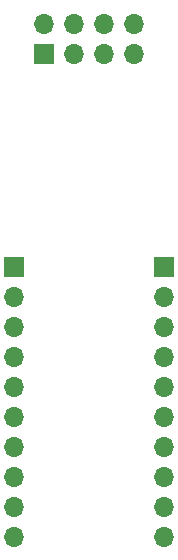
<source format=gbr>
%TF.GenerationSoftware,KiCad,Pcbnew,6.0.11+dfsg-1~bpo11+1*%
%TF.CreationDate,2024-04-18T21:43:09+09:00*%
%TF.ProjectId,pcb-devboard,7063622d-6465-4766-926f-6172642e6b69,rev?*%
%TF.SameCoordinates,Original*%
%TF.FileFunction,Soldermask,Bot*%
%TF.FilePolarity,Negative*%
%FSLAX46Y46*%
G04 Gerber Fmt 4.6, Leading zero omitted, Abs format (unit mm)*
G04 Created by KiCad (PCBNEW 6.0.11+dfsg-1~bpo11+1) date 2024-04-18 21:43:09*
%MOMM*%
%LPD*%
G01*
G04 APERTURE LIST*
%ADD10R,1.700000X1.700000*%
%ADD11O,1.700000X1.700000*%
G04 APERTURE END LIST*
D10*
%TO.C,J4*%
X109220000Y-93726000D03*
D11*
X109220000Y-91186000D03*
X111760000Y-93726000D03*
X111760000Y-91186000D03*
X114300000Y-93726000D03*
X114300000Y-91186000D03*
X116840000Y-93726000D03*
X116840000Y-91186000D03*
%TD*%
D10*
%TO.C,J2*%
X119380000Y-111760000D03*
D11*
X119380000Y-114300000D03*
X119380000Y-116840000D03*
X119380000Y-119380000D03*
X119380000Y-121920000D03*
X119380000Y-124460000D03*
X119380000Y-127000000D03*
X119380000Y-129540000D03*
X119380000Y-132080000D03*
X119380000Y-134620000D03*
%TD*%
D10*
%TO.C,J3*%
X106680000Y-111760000D03*
D11*
X106680000Y-114300000D03*
X106680000Y-116840000D03*
X106680000Y-119380000D03*
X106680000Y-121920000D03*
X106680000Y-124460000D03*
X106680000Y-127000000D03*
X106680000Y-129540000D03*
X106680000Y-132080000D03*
X106680000Y-134620000D03*
%TD*%
M02*

</source>
